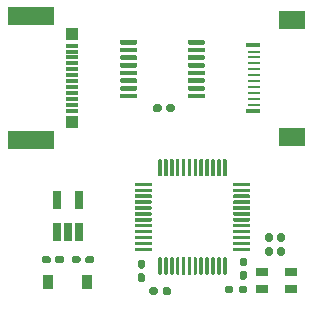
<source format=gbp>
%TF.GenerationSoftware,KiCad,Pcbnew,(5.1.7)-1*%
%TF.CreationDate,2020-11-18T22:53:05+01:00*%
%TF.ProjectId,twonkie,74776f6e-6b69-4652-9e6b-696361645f70,rev?*%
%TF.SameCoordinates,PX448d510PY20b3950*%
%TF.FileFunction,Paste,Bot*%
%TF.FilePolarity,Positive*%
%FSLAX46Y46*%
G04 Gerber Fmt 4.6, Leading zero omitted, Abs format (unit mm)*
G04 Created by KiCad (PCBNEW (5.1.7)-1) date 2020-11-18 22:53:05*
%MOMM*%
%LPD*%
G01*
G04 APERTURE LIST*
%ADD10R,1.000000X0.260000*%
%ADD11R,1.250000X0.410000*%
%ADD12R,2.200000X1.500000*%
%ADD13R,4.000000X1.500000*%
%ADD14R,1.000000X0.300000*%
%ADD15R,1.000000X1.000000*%
%ADD16R,0.650000X1.560000*%
%ADD17R,1.000000X0.800000*%
%ADD18R,0.900000X1.200000*%
G04 APERTURE END LIST*
D10*
%TO.C,J1*%
X21090000Y-8600000D03*
X21090000Y-8100000D03*
X21090000Y-7600000D03*
X21090000Y-7100000D03*
X21090000Y-6600000D03*
X21090000Y-6100000D03*
X21090000Y-5600000D03*
X21090000Y-5100000D03*
X21090000Y-4600000D03*
X21090000Y-4100000D03*
D11*
X20965000Y-9175000D03*
X20965000Y-3525000D03*
D12*
X24290000Y-11300000D03*
X24290000Y-1400000D03*
%TD*%
D13*
%TO.C,J2*%
X2215000Y-1100000D03*
X2215000Y-11600000D03*
D14*
X5675000Y-3600000D03*
X5675000Y-4100000D03*
X5675000Y-4600000D03*
X5675000Y-5100000D03*
X5675000Y-5600000D03*
X5675000Y-7100000D03*
X5675000Y-7600000D03*
X5675000Y-8100000D03*
X5675000Y-8600000D03*
X5675000Y-9100000D03*
X5675000Y-6100000D03*
X5675000Y-6600000D03*
D15*
X5675000Y-10100000D03*
X5675000Y-2600000D03*
%TD*%
%TO.C,U4*%
G36*
G01*
X11050000Y-15197500D02*
X12375000Y-15197500D01*
G75*
G02*
X12450000Y-15272500I0J-75000D01*
G01*
X12450000Y-15422500D01*
G75*
G02*
X12375000Y-15497500I-75000J0D01*
G01*
X11050000Y-15497500D01*
G75*
G02*
X10975000Y-15422500I0J75000D01*
G01*
X10975000Y-15272500D01*
G75*
G02*
X11050000Y-15197500I75000J0D01*
G01*
G37*
G36*
G01*
X11050000Y-15697500D02*
X12375000Y-15697500D01*
G75*
G02*
X12450000Y-15772500I0J-75000D01*
G01*
X12450000Y-15922500D01*
G75*
G02*
X12375000Y-15997500I-75000J0D01*
G01*
X11050000Y-15997500D01*
G75*
G02*
X10975000Y-15922500I0J75000D01*
G01*
X10975000Y-15772500D01*
G75*
G02*
X11050000Y-15697500I75000J0D01*
G01*
G37*
G36*
G01*
X11050000Y-16197500D02*
X12375000Y-16197500D01*
G75*
G02*
X12450000Y-16272500I0J-75000D01*
G01*
X12450000Y-16422500D01*
G75*
G02*
X12375000Y-16497500I-75000J0D01*
G01*
X11050000Y-16497500D01*
G75*
G02*
X10975000Y-16422500I0J75000D01*
G01*
X10975000Y-16272500D01*
G75*
G02*
X11050000Y-16197500I75000J0D01*
G01*
G37*
G36*
G01*
X11050000Y-16697500D02*
X12375000Y-16697500D01*
G75*
G02*
X12450000Y-16772500I0J-75000D01*
G01*
X12450000Y-16922500D01*
G75*
G02*
X12375000Y-16997500I-75000J0D01*
G01*
X11050000Y-16997500D01*
G75*
G02*
X10975000Y-16922500I0J75000D01*
G01*
X10975000Y-16772500D01*
G75*
G02*
X11050000Y-16697500I75000J0D01*
G01*
G37*
G36*
G01*
X11050000Y-17197500D02*
X12375000Y-17197500D01*
G75*
G02*
X12450000Y-17272500I0J-75000D01*
G01*
X12450000Y-17422500D01*
G75*
G02*
X12375000Y-17497500I-75000J0D01*
G01*
X11050000Y-17497500D01*
G75*
G02*
X10975000Y-17422500I0J75000D01*
G01*
X10975000Y-17272500D01*
G75*
G02*
X11050000Y-17197500I75000J0D01*
G01*
G37*
G36*
G01*
X11050000Y-17697500D02*
X12375000Y-17697500D01*
G75*
G02*
X12450000Y-17772500I0J-75000D01*
G01*
X12450000Y-17922500D01*
G75*
G02*
X12375000Y-17997500I-75000J0D01*
G01*
X11050000Y-17997500D01*
G75*
G02*
X10975000Y-17922500I0J75000D01*
G01*
X10975000Y-17772500D01*
G75*
G02*
X11050000Y-17697500I75000J0D01*
G01*
G37*
G36*
G01*
X11050000Y-18197500D02*
X12375000Y-18197500D01*
G75*
G02*
X12450000Y-18272500I0J-75000D01*
G01*
X12450000Y-18422500D01*
G75*
G02*
X12375000Y-18497500I-75000J0D01*
G01*
X11050000Y-18497500D01*
G75*
G02*
X10975000Y-18422500I0J75000D01*
G01*
X10975000Y-18272500D01*
G75*
G02*
X11050000Y-18197500I75000J0D01*
G01*
G37*
G36*
G01*
X11050000Y-18697500D02*
X12375000Y-18697500D01*
G75*
G02*
X12450000Y-18772500I0J-75000D01*
G01*
X12450000Y-18922500D01*
G75*
G02*
X12375000Y-18997500I-75000J0D01*
G01*
X11050000Y-18997500D01*
G75*
G02*
X10975000Y-18922500I0J75000D01*
G01*
X10975000Y-18772500D01*
G75*
G02*
X11050000Y-18697500I75000J0D01*
G01*
G37*
G36*
G01*
X11050000Y-19197500D02*
X12375000Y-19197500D01*
G75*
G02*
X12450000Y-19272500I0J-75000D01*
G01*
X12450000Y-19422500D01*
G75*
G02*
X12375000Y-19497500I-75000J0D01*
G01*
X11050000Y-19497500D01*
G75*
G02*
X10975000Y-19422500I0J75000D01*
G01*
X10975000Y-19272500D01*
G75*
G02*
X11050000Y-19197500I75000J0D01*
G01*
G37*
G36*
G01*
X11050000Y-19697500D02*
X12375000Y-19697500D01*
G75*
G02*
X12450000Y-19772500I0J-75000D01*
G01*
X12450000Y-19922500D01*
G75*
G02*
X12375000Y-19997500I-75000J0D01*
G01*
X11050000Y-19997500D01*
G75*
G02*
X10975000Y-19922500I0J75000D01*
G01*
X10975000Y-19772500D01*
G75*
G02*
X11050000Y-19697500I75000J0D01*
G01*
G37*
G36*
G01*
X11050000Y-20197500D02*
X12375000Y-20197500D01*
G75*
G02*
X12450000Y-20272500I0J-75000D01*
G01*
X12450000Y-20422500D01*
G75*
G02*
X12375000Y-20497500I-75000J0D01*
G01*
X11050000Y-20497500D01*
G75*
G02*
X10975000Y-20422500I0J75000D01*
G01*
X10975000Y-20272500D01*
G75*
G02*
X11050000Y-20197500I75000J0D01*
G01*
G37*
G36*
G01*
X11050000Y-20697500D02*
X12375000Y-20697500D01*
G75*
G02*
X12450000Y-20772500I0J-75000D01*
G01*
X12450000Y-20922500D01*
G75*
G02*
X12375000Y-20997500I-75000J0D01*
G01*
X11050000Y-20997500D01*
G75*
G02*
X10975000Y-20922500I0J75000D01*
G01*
X10975000Y-20772500D01*
G75*
G02*
X11050000Y-20697500I75000J0D01*
G01*
G37*
G36*
G01*
X13050000Y-21522500D02*
X13200000Y-21522500D01*
G75*
G02*
X13275000Y-21597500I0J-75000D01*
G01*
X13275000Y-22922500D01*
G75*
G02*
X13200000Y-22997500I-75000J0D01*
G01*
X13050000Y-22997500D01*
G75*
G02*
X12975000Y-22922500I0J75000D01*
G01*
X12975000Y-21597500D01*
G75*
G02*
X13050000Y-21522500I75000J0D01*
G01*
G37*
G36*
G01*
X13550000Y-21522500D02*
X13700000Y-21522500D01*
G75*
G02*
X13775000Y-21597500I0J-75000D01*
G01*
X13775000Y-22922500D01*
G75*
G02*
X13700000Y-22997500I-75000J0D01*
G01*
X13550000Y-22997500D01*
G75*
G02*
X13475000Y-22922500I0J75000D01*
G01*
X13475000Y-21597500D01*
G75*
G02*
X13550000Y-21522500I75000J0D01*
G01*
G37*
G36*
G01*
X14050000Y-21522500D02*
X14200000Y-21522500D01*
G75*
G02*
X14275000Y-21597500I0J-75000D01*
G01*
X14275000Y-22922500D01*
G75*
G02*
X14200000Y-22997500I-75000J0D01*
G01*
X14050000Y-22997500D01*
G75*
G02*
X13975000Y-22922500I0J75000D01*
G01*
X13975000Y-21597500D01*
G75*
G02*
X14050000Y-21522500I75000J0D01*
G01*
G37*
G36*
G01*
X14550000Y-21522500D02*
X14700000Y-21522500D01*
G75*
G02*
X14775000Y-21597500I0J-75000D01*
G01*
X14775000Y-22922500D01*
G75*
G02*
X14700000Y-22997500I-75000J0D01*
G01*
X14550000Y-22997500D01*
G75*
G02*
X14475000Y-22922500I0J75000D01*
G01*
X14475000Y-21597500D01*
G75*
G02*
X14550000Y-21522500I75000J0D01*
G01*
G37*
G36*
G01*
X15050000Y-21522500D02*
X15200000Y-21522500D01*
G75*
G02*
X15275000Y-21597500I0J-75000D01*
G01*
X15275000Y-22922500D01*
G75*
G02*
X15200000Y-22997500I-75000J0D01*
G01*
X15050000Y-22997500D01*
G75*
G02*
X14975000Y-22922500I0J75000D01*
G01*
X14975000Y-21597500D01*
G75*
G02*
X15050000Y-21522500I75000J0D01*
G01*
G37*
G36*
G01*
X15550000Y-21522500D02*
X15700000Y-21522500D01*
G75*
G02*
X15775000Y-21597500I0J-75000D01*
G01*
X15775000Y-22922500D01*
G75*
G02*
X15700000Y-22997500I-75000J0D01*
G01*
X15550000Y-22997500D01*
G75*
G02*
X15475000Y-22922500I0J75000D01*
G01*
X15475000Y-21597500D01*
G75*
G02*
X15550000Y-21522500I75000J0D01*
G01*
G37*
G36*
G01*
X16050000Y-21522500D02*
X16200000Y-21522500D01*
G75*
G02*
X16275000Y-21597500I0J-75000D01*
G01*
X16275000Y-22922500D01*
G75*
G02*
X16200000Y-22997500I-75000J0D01*
G01*
X16050000Y-22997500D01*
G75*
G02*
X15975000Y-22922500I0J75000D01*
G01*
X15975000Y-21597500D01*
G75*
G02*
X16050000Y-21522500I75000J0D01*
G01*
G37*
G36*
G01*
X16550000Y-21522500D02*
X16700000Y-21522500D01*
G75*
G02*
X16775000Y-21597500I0J-75000D01*
G01*
X16775000Y-22922500D01*
G75*
G02*
X16700000Y-22997500I-75000J0D01*
G01*
X16550000Y-22997500D01*
G75*
G02*
X16475000Y-22922500I0J75000D01*
G01*
X16475000Y-21597500D01*
G75*
G02*
X16550000Y-21522500I75000J0D01*
G01*
G37*
G36*
G01*
X17050000Y-21522500D02*
X17200000Y-21522500D01*
G75*
G02*
X17275000Y-21597500I0J-75000D01*
G01*
X17275000Y-22922500D01*
G75*
G02*
X17200000Y-22997500I-75000J0D01*
G01*
X17050000Y-22997500D01*
G75*
G02*
X16975000Y-22922500I0J75000D01*
G01*
X16975000Y-21597500D01*
G75*
G02*
X17050000Y-21522500I75000J0D01*
G01*
G37*
G36*
G01*
X17550000Y-21522500D02*
X17700000Y-21522500D01*
G75*
G02*
X17775000Y-21597500I0J-75000D01*
G01*
X17775000Y-22922500D01*
G75*
G02*
X17700000Y-22997500I-75000J0D01*
G01*
X17550000Y-22997500D01*
G75*
G02*
X17475000Y-22922500I0J75000D01*
G01*
X17475000Y-21597500D01*
G75*
G02*
X17550000Y-21522500I75000J0D01*
G01*
G37*
G36*
G01*
X18050000Y-21522500D02*
X18200000Y-21522500D01*
G75*
G02*
X18275000Y-21597500I0J-75000D01*
G01*
X18275000Y-22922500D01*
G75*
G02*
X18200000Y-22997500I-75000J0D01*
G01*
X18050000Y-22997500D01*
G75*
G02*
X17975000Y-22922500I0J75000D01*
G01*
X17975000Y-21597500D01*
G75*
G02*
X18050000Y-21522500I75000J0D01*
G01*
G37*
G36*
G01*
X18550000Y-21522500D02*
X18700000Y-21522500D01*
G75*
G02*
X18775000Y-21597500I0J-75000D01*
G01*
X18775000Y-22922500D01*
G75*
G02*
X18700000Y-22997500I-75000J0D01*
G01*
X18550000Y-22997500D01*
G75*
G02*
X18475000Y-22922500I0J75000D01*
G01*
X18475000Y-21597500D01*
G75*
G02*
X18550000Y-21522500I75000J0D01*
G01*
G37*
G36*
G01*
X19375000Y-20697500D02*
X20700000Y-20697500D01*
G75*
G02*
X20775000Y-20772500I0J-75000D01*
G01*
X20775000Y-20922500D01*
G75*
G02*
X20700000Y-20997500I-75000J0D01*
G01*
X19375000Y-20997500D01*
G75*
G02*
X19300000Y-20922500I0J75000D01*
G01*
X19300000Y-20772500D01*
G75*
G02*
X19375000Y-20697500I75000J0D01*
G01*
G37*
G36*
G01*
X19375000Y-20197500D02*
X20700000Y-20197500D01*
G75*
G02*
X20775000Y-20272500I0J-75000D01*
G01*
X20775000Y-20422500D01*
G75*
G02*
X20700000Y-20497500I-75000J0D01*
G01*
X19375000Y-20497500D01*
G75*
G02*
X19300000Y-20422500I0J75000D01*
G01*
X19300000Y-20272500D01*
G75*
G02*
X19375000Y-20197500I75000J0D01*
G01*
G37*
G36*
G01*
X19375000Y-19697500D02*
X20700000Y-19697500D01*
G75*
G02*
X20775000Y-19772500I0J-75000D01*
G01*
X20775000Y-19922500D01*
G75*
G02*
X20700000Y-19997500I-75000J0D01*
G01*
X19375000Y-19997500D01*
G75*
G02*
X19300000Y-19922500I0J75000D01*
G01*
X19300000Y-19772500D01*
G75*
G02*
X19375000Y-19697500I75000J0D01*
G01*
G37*
G36*
G01*
X19375000Y-19197500D02*
X20700000Y-19197500D01*
G75*
G02*
X20775000Y-19272500I0J-75000D01*
G01*
X20775000Y-19422500D01*
G75*
G02*
X20700000Y-19497500I-75000J0D01*
G01*
X19375000Y-19497500D01*
G75*
G02*
X19300000Y-19422500I0J75000D01*
G01*
X19300000Y-19272500D01*
G75*
G02*
X19375000Y-19197500I75000J0D01*
G01*
G37*
G36*
G01*
X19375000Y-18697500D02*
X20700000Y-18697500D01*
G75*
G02*
X20775000Y-18772500I0J-75000D01*
G01*
X20775000Y-18922500D01*
G75*
G02*
X20700000Y-18997500I-75000J0D01*
G01*
X19375000Y-18997500D01*
G75*
G02*
X19300000Y-18922500I0J75000D01*
G01*
X19300000Y-18772500D01*
G75*
G02*
X19375000Y-18697500I75000J0D01*
G01*
G37*
G36*
G01*
X19375000Y-18197500D02*
X20700000Y-18197500D01*
G75*
G02*
X20775000Y-18272500I0J-75000D01*
G01*
X20775000Y-18422500D01*
G75*
G02*
X20700000Y-18497500I-75000J0D01*
G01*
X19375000Y-18497500D01*
G75*
G02*
X19300000Y-18422500I0J75000D01*
G01*
X19300000Y-18272500D01*
G75*
G02*
X19375000Y-18197500I75000J0D01*
G01*
G37*
G36*
G01*
X19375000Y-17697500D02*
X20700000Y-17697500D01*
G75*
G02*
X20775000Y-17772500I0J-75000D01*
G01*
X20775000Y-17922500D01*
G75*
G02*
X20700000Y-17997500I-75000J0D01*
G01*
X19375000Y-17997500D01*
G75*
G02*
X19300000Y-17922500I0J75000D01*
G01*
X19300000Y-17772500D01*
G75*
G02*
X19375000Y-17697500I75000J0D01*
G01*
G37*
G36*
G01*
X19375000Y-17197500D02*
X20700000Y-17197500D01*
G75*
G02*
X20775000Y-17272500I0J-75000D01*
G01*
X20775000Y-17422500D01*
G75*
G02*
X20700000Y-17497500I-75000J0D01*
G01*
X19375000Y-17497500D01*
G75*
G02*
X19300000Y-17422500I0J75000D01*
G01*
X19300000Y-17272500D01*
G75*
G02*
X19375000Y-17197500I75000J0D01*
G01*
G37*
G36*
G01*
X19375000Y-16697500D02*
X20700000Y-16697500D01*
G75*
G02*
X20775000Y-16772500I0J-75000D01*
G01*
X20775000Y-16922500D01*
G75*
G02*
X20700000Y-16997500I-75000J0D01*
G01*
X19375000Y-16997500D01*
G75*
G02*
X19300000Y-16922500I0J75000D01*
G01*
X19300000Y-16772500D01*
G75*
G02*
X19375000Y-16697500I75000J0D01*
G01*
G37*
G36*
G01*
X19375000Y-16197500D02*
X20700000Y-16197500D01*
G75*
G02*
X20775000Y-16272500I0J-75000D01*
G01*
X20775000Y-16422500D01*
G75*
G02*
X20700000Y-16497500I-75000J0D01*
G01*
X19375000Y-16497500D01*
G75*
G02*
X19300000Y-16422500I0J75000D01*
G01*
X19300000Y-16272500D01*
G75*
G02*
X19375000Y-16197500I75000J0D01*
G01*
G37*
G36*
G01*
X19375000Y-15697500D02*
X20700000Y-15697500D01*
G75*
G02*
X20775000Y-15772500I0J-75000D01*
G01*
X20775000Y-15922500D01*
G75*
G02*
X20700000Y-15997500I-75000J0D01*
G01*
X19375000Y-15997500D01*
G75*
G02*
X19300000Y-15922500I0J75000D01*
G01*
X19300000Y-15772500D01*
G75*
G02*
X19375000Y-15697500I75000J0D01*
G01*
G37*
G36*
G01*
X19375000Y-15197500D02*
X20700000Y-15197500D01*
G75*
G02*
X20775000Y-15272500I0J-75000D01*
G01*
X20775000Y-15422500D01*
G75*
G02*
X20700000Y-15497500I-75000J0D01*
G01*
X19375000Y-15497500D01*
G75*
G02*
X19300000Y-15422500I0J75000D01*
G01*
X19300000Y-15272500D01*
G75*
G02*
X19375000Y-15197500I75000J0D01*
G01*
G37*
G36*
G01*
X18550000Y-13197500D02*
X18700000Y-13197500D01*
G75*
G02*
X18775000Y-13272500I0J-75000D01*
G01*
X18775000Y-14597500D01*
G75*
G02*
X18700000Y-14672500I-75000J0D01*
G01*
X18550000Y-14672500D01*
G75*
G02*
X18475000Y-14597500I0J75000D01*
G01*
X18475000Y-13272500D01*
G75*
G02*
X18550000Y-13197500I75000J0D01*
G01*
G37*
G36*
G01*
X18050000Y-13197500D02*
X18200000Y-13197500D01*
G75*
G02*
X18275000Y-13272500I0J-75000D01*
G01*
X18275000Y-14597500D01*
G75*
G02*
X18200000Y-14672500I-75000J0D01*
G01*
X18050000Y-14672500D01*
G75*
G02*
X17975000Y-14597500I0J75000D01*
G01*
X17975000Y-13272500D01*
G75*
G02*
X18050000Y-13197500I75000J0D01*
G01*
G37*
G36*
G01*
X17550000Y-13197500D02*
X17700000Y-13197500D01*
G75*
G02*
X17775000Y-13272500I0J-75000D01*
G01*
X17775000Y-14597500D01*
G75*
G02*
X17700000Y-14672500I-75000J0D01*
G01*
X17550000Y-14672500D01*
G75*
G02*
X17475000Y-14597500I0J75000D01*
G01*
X17475000Y-13272500D01*
G75*
G02*
X17550000Y-13197500I75000J0D01*
G01*
G37*
G36*
G01*
X17050000Y-13197500D02*
X17200000Y-13197500D01*
G75*
G02*
X17275000Y-13272500I0J-75000D01*
G01*
X17275000Y-14597500D01*
G75*
G02*
X17200000Y-14672500I-75000J0D01*
G01*
X17050000Y-14672500D01*
G75*
G02*
X16975000Y-14597500I0J75000D01*
G01*
X16975000Y-13272500D01*
G75*
G02*
X17050000Y-13197500I75000J0D01*
G01*
G37*
G36*
G01*
X16550000Y-13197500D02*
X16700000Y-13197500D01*
G75*
G02*
X16775000Y-13272500I0J-75000D01*
G01*
X16775000Y-14597500D01*
G75*
G02*
X16700000Y-14672500I-75000J0D01*
G01*
X16550000Y-14672500D01*
G75*
G02*
X16475000Y-14597500I0J75000D01*
G01*
X16475000Y-13272500D01*
G75*
G02*
X16550000Y-13197500I75000J0D01*
G01*
G37*
G36*
G01*
X16050000Y-13197500D02*
X16200000Y-13197500D01*
G75*
G02*
X16275000Y-13272500I0J-75000D01*
G01*
X16275000Y-14597500D01*
G75*
G02*
X16200000Y-14672500I-75000J0D01*
G01*
X16050000Y-14672500D01*
G75*
G02*
X15975000Y-14597500I0J75000D01*
G01*
X15975000Y-13272500D01*
G75*
G02*
X16050000Y-13197500I75000J0D01*
G01*
G37*
G36*
G01*
X15550000Y-13197500D02*
X15700000Y-13197500D01*
G75*
G02*
X15775000Y-13272500I0J-75000D01*
G01*
X15775000Y-14597500D01*
G75*
G02*
X15700000Y-14672500I-75000J0D01*
G01*
X15550000Y-14672500D01*
G75*
G02*
X15475000Y-14597500I0J75000D01*
G01*
X15475000Y-13272500D01*
G75*
G02*
X15550000Y-13197500I75000J0D01*
G01*
G37*
G36*
G01*
X15050000Y-13197500D02*
X15200000Y-13197500D01*
G75*
G02*
X15275000Y-13272500I0J-75000D01*
G01*
X15275000Y-14597500D01*
G75*
G02*
X15200000Y-14672500I-75000J0D01*
G01*
X15050000Y-14672500D01*
G75*
G02*
X14975000Y-14597500I0J75000D01*
G01*
X14975000Y-13272500D01*
G75*
G02*
X15050000Y-13197500I75000J0D01*
G01*
G37*
G36*
G01*
X14550000Y-13197500D02*
X14700000Y-13197500D01*
G75*
G02*
X14775000Y-13272500I0J-75000D01*
G01*
X14775000Y-14597500D01*
G75*
G02*
X14700000Y-14672500I-75000J0D01*
G01*
X14550000Y-14672500D01*
G75*
G02*
X14475000Y-14597500I0J75000D01*
G01*
X14475000Y-13272500D01*
G75*
G02*
X14550000Y-13197500I75000J0D01*
G01*
G37*
G36*
G01*
X14050000Y-13197500D02*
X14200000Y-13197500D01*
G75*
G02*
X14275000Y-13272500I0J-75000D01*
G01*
X14275000Y-14597500D01*
G75*
G02*
X14200000Y-14672500I-75000J0D01*
G01*
X14050000Y-14672500D01*
G75*
G02*
X13975000Y-14597500I0J75000D01*
G01*
X13975000Y-13272500D01*
G75*
G02*
X14050000Y-13197500I75000J0D01*
G01*
G37*
G36*
G01*
X13550000Y-13197500D02*
X13700000Y-13197500D01*
G75*
G02*
X13775000Y-13272500I0J-75000D01*
G01*
X13775000Y-14597500D01*
G75*
G02*
X13700000Y-14672500I-75000J0D01*
G01*
X13550000Y-14672500D01*
G75*
G02*
X13475000Y-14597500I0J75000D01*
G01*
X13475000Y-13272500D01*
G75*
G02*
X13550000Y-13197500I75000J0D01*
G01*
G37*
G36*
G01*
X13050000Y-13197500D02*
X13200000Y-13197500D01*
G75*
G02*
X13275000Y-13272500I0J-75000D01*
G01*
X13275000Y-14597500D01*
G75*
G02*
X13200000Y-14672500I-75000J0D01*
G01*
X13050000Y-14672500D01*
G75*
G02*
X12975000Y-14597500I0J75000D01*
G01*
X12975000Y-13272500D01*
G75*
G02*
X13050000Y-13197500I75000J0D01*
G01*
G37*
%TD*%
%TO.C,C9*%
G36*
G01*
X13662000Y-9045000D02*
X13662000Y-8735000D01*
G75*
G02*
X13817000Y-8580000I155000J0D01*
G01*
X14242000Y-8580000D01*
G75*
G02*
X14397000Y-8735000I0J-155000D01*
G01*
X14397000Y-9045000D01*
G75*
G02*
X14242000Y-9200000I-155000J0D01*
G01*
X13817000Y-9200000D01*
G75*
G02*
X13662000Y-9045000I0J155000D01*
G01*
G37*
G36*
G01*
X12527000Y-9045000D02*
X12527000Y-8735000D01*
G75*
G02*
X12682000Y-8580000I155000J0D01*
G01*
X13107000Y-8580000D01*
G75*
G02*
X13262000Y-8735000I0J-155000D01*
G01*
X13262000Y-9045000D01*
G75*
G02*
X13107000Y-9200000I-155000J0D01*
G01*
X12682000Y-9200000D01*
G75*
G02*
X12527000Y-9045000I0J155000D01*
G01*
G37*
%TD*%
%TO.C,U1*%
G36*
G01*
X16935000Y-3213000D02*
X16935000Y-3413000D01*
G75*
G02*
X16835000Y-3513000I-100000J0D01*
G01*
X15560000Y-3513000D01*
G75*
G02*
X15460000Y-3413000I0J100000D01*
G01*
X15460000Y-3213000D01*
G75*
G02*
X15560000Y-3113000I100000J0D01*
G01*
X16835000Y-3113000D01*
G75*
G02*
X16935000Y-3213000I0J-100000D01*
G01*
G37*
G36*
G01*
X16935000Y-3863000D02*
X16935000Y-4063000D01*
G75*
G02*
X16835000Y-4163000I-100000J0D01*
G01*
X15560000Y-4163000D01*
G75*
G02*
X15460000Y-4063000I0J100000D01*
G01*
X15460000Y-3863000D01*
G75*
G02*
X15560000Y-3763000I100000J0D01*
G01*
X16835000Y-3763000D01*
G75*
G02*
X16935000Y-3863000I0J-100000D01*
G01*
G37*
G36*
G01*
X16935000Y-4513000D02*
X16935000Y-4713000D01*
G75*
G02*
X16835000Y-4813000I-100000J0D01*
G01*
X15560000Y-4813000D01*
G75*
G02*
X15460000Y-4713000I0J100000D01*
G01*
X15460000Y-4513000D01*
G75*
G02*
X15560000Y-4413000I100000J0D01*
G01*
X16835000Y-4413000D01*
G75*
G02*
X16935000Y-4513000I0J-100000D01*
G01*
G37*
G36*
G01*
X16935000Y-5163000D02*
X16935000Y-5363000D01*
G75*
G02*
X16835000Y-5463000I-100000J0D01*
G01*
X15560000Y-5463000D01*
G75*
G02*
X15460000Y-5363000I0J100000D01*
G01*
X15460000Y-5163000D01*
G75*
G02*
X15560000Y-5063000I100000J0D01*
G01*
X16835000Y-5063000D01*
G75*
G02*
X16935000Y-5163000I0J-100000D01*
G01*
G37*
G36*
G01*
X16935000Y-5813000D02*
X16935000Y-6013000D01*
G75*
G02*
X16835000Y-6113000I-100000J0D01*
G01*
X15560000Y-6113000D01*
G75*
G02*
X15460000Y-6013000I0J100000D01*
G01*
X15460000Y-5813000D01*
G75*
G02*
X15560000Y-5713000I100000J0D01*
G01*
X16835000Y-5713000D01*
G75*
G02*
X16935000Y-5813000I0J-100000D01*
G01*
G37*
G36*
G01*
X16935000Y-6463000D02*
X16935000Y-6663000D01*
G75*
G02*
X16835000Y-6763000I-100000J0D01*
G01*
X15560000Y-6763000D01*
G75*
G02*
X15460000Y-6663000I0J100000D01*
G01*
X15460000Y-6463000D01*
G75*
G02*
X15560000Y-6363000I100000J0D01*
G01*
X16835000Y-6363000D01*
G75*
G02*
X16935000Y-6463000I0J-100000D01*
G01*
G37*
G36*
G01*
X16935000Y-7113000D02*
X16935000Y-7313000D01*
G75*
G02*
X16835000Y-7413000I-100000J0D01*
G01*
X15560000Y-7413000D01*
G75*
G02*
X15460000Y-7313000I0J100000D01*
G01*
X15460000Y-7113000D01*
G75*
G02*
X15560000Y-7013000I100000J0D01*
G01*
X16835000Y-7013000D01*
G75*
G02*
X16935000Y-7113000I0J-100000D01*
G01*
G37*
G36*
G01*
X16935000Y-7763000D02*
X16935000Y-7963000D01*
G75*
G02*
X16835000Y-8063000I-100000J0D01*
G01*
X15560000Y-8063000D01*
G75*
G02*
X15460000Y-7963000I0J100000D01*
G01*
X15460000Y-7763000D01*
G75*
G02*
X15560000Y-7663000I100000J0D01*
G01*
X16835000Y-7663000D01*
G75*
G02*
X16935000Y-7763000I0J-100000D01*
G01*
G37*
G36*
G01*
X11210000Y-7763000D02*
X11210000Y-7963000D01*
G75*
G02*
X11110000Y-8063000I-100000J0D01*
G01*
X9835000Y-8063000D01*
G75*
G02*
X9735000Y-7963000I0J100000D01*
G01*
X9735000Y-7763000D01*
G75*
G02*
X9835000Y-7663000I100000J0D01*
G01*
X11110000Y-7663000D01*
G75*
G02*
X11210000Y-7763000I0J-100000D01*
G01*
G37*
G36*
G01*
X11210000Y-7113000D02*
X11210000Y-7313000D01*
G75*
G02*
X11110000Y-7413000I-100000J0D01*
G01*
X9835000Y-7413000D01*
G75*
G02*
X9735000Y-7313000I0J100000D01*
G01*
X9735000Y-7113000D01*
G75*
G02*
X9835000Y-7013000I100000J0D01*
G01*
X11110000Y-7013000D01*
G75*
G02*
X11210000Y-7113000I0J-100000D01*
G01*
G37*
G36*
G01*
X11210000Y-6463000D02*
X11210000Y-6663000D01*
G75*
G02*
X11110000Y-6763000I-100000J0D01*
G01*
X9835000Y-6763000D01*
G75*
G02*
X9735000Y-6663000I0J100000D01*
G01*
X9735000Y-6463000D01*
G75*
G02*
X9835000Y-6363000I100000J0D01*
G01*
X11110000Y-6363000D01*
G75*
G02*
X11210000Y-6463000I0J-100000D01*
G01*
G37*
G36*
G01*
X11210000Y-5813000D02*
X11210000Y-6013000D01*
G75*
G02*
X11110000Y-6113000I-100000J0D01*
G01*
X9835000Y-6113000D01*
G75*
G02*
X9735000Y-6013000I0J100000D01*
G01*
X9735000Y-5813000D01*
G75*
G02*
X9835000Y-5713000I100000J0D01*
G01*
X11110000Y-5713000D01*
G75*
G02*
X11210000Y-5813000I0J-100000D01*
G01*
G37*
G36*
G01*
X11210000Y-5163000D02*
X11210000Y-5363000D01*
G75*
G02*
X11110000Y-5463000I-100000J0D01*
G01*
X9835000Y-5463000D01*
G75*
G02*
X9735000Y-5363000I0J100000D01*
G01*
X9735000Y-5163000D01*
G75*
G02*
X9835000Y-5063000I100000J0D01*
G01*
X11110000Y-5063000D01*
G75*
G02*
X11210000Y-5163000I0J-100000D01*
G01*
G37*
G36*
G01*
X11210000Y-4513000D02*
X11210000Y-4713000D01*
G75*
G02*
X11110000Y-4813000I-100000J0D01*
G01*
X9835000Y-4813000D01*
G75*
G02*
X9735000Y-4713000I0J100000D01*
G01*
X9735000Y-4513000D01*
G75*
G02*
X9835000Y-4413000I100000J0D01*
G01*
X11110000Y-4413000D01*
G75*
G02*
X11210000Y-4513000I0J-100000D01*
G01*
G37*
G36*
G01*
X11210000Y-3863000D02*
X11210000Y-4063000D01*
G75*
G02*
X11110000Y-4163000I-100000J0D01*
G01*
X9835000Y-4163000D01*
G75*
G02*
X9735000Y-4063000I0J100000D01*
G01*
X9735000Y-3863000D01*
G75*
G02*
X9835000Y-3763000I100000J0D01*
G01*
X11110000Y-3763000D01*
G75*
G02*
X11210000Y-3863000I0J-100000D01*
G01*
G37*
G36*
G01*
X11210000Y-3213000D02*
X11210000Y-3413000D01*
G75*
G02*
X11110000Y-3513000I-100000J0D01*
G01*
X9835000Y-3513000D01*
G75*
G02*
X9735000Y-3413000I0J100000D01*
G01*
X9735000Y-3213000D01*
G75*
G02*
X9835000Y-3113000I100000J0D01*
G01*
X11110000Y-3113000D01*
G75*
G02*
X11210000Y-3213000I0J-100000D01*
G01*
G37*
%TD*%
D16*
%TO.C,U3*%
X6284000Y-16684000D03*
X4384000Y-16684000D03*
X4384000Y-19384000D03*
X5334000Y-19384000D03*
X6284000Y-19384000D03*
%TD*%
%TO.C,R4*%
G36*
G01*
X19318000Y-24097000D02*
X19318000Y-24417000D01*
G75*
G02*
X19158000Y-24577000I-160000J0D01*
G01*
X18763000Y-24577000D01*
G75*
G02*
X18603000Y-24417000I0J160000D01*
G01*
X18603000Y-24097000D01*
G75*
G02*
X18763000Y-23937000I160000J0D01*
G01*
X19158000Y-23937000D01*
G75*
G02*
X19318000Y-24097000I0J-160000D01*
G01*
G37*
G36*
G01*
X20513000Y-24097000D02*
X20513000Y-24417000D01*
G75*
G02*
X20353000Y-24577000I-160000J0D01*
G01*
X19958000Y-24577000D01*
G75*
G02*
X19798000Y-24417000I0J160000D01*
G01*
X19798000Y-24097000D01*
G75*
G02*
X19958000Y-23937000I160000J0D01*
G01*
X20353000Y-23937000D01*
G75*
G02*
X20513000Y-24097000I0J-160000D01*
G01*
G37*
%TD*%
%TO.C,R3*%
G36*
G01*
X22512000Y-20207000D02*
X22192000Y-20207000D01*
G75*
G02*
X22032000Y-20047000I0J160000D01*
G01*
X22032000Y-19652000D01*
G75*
G02*
X22192000Y-19492000I160000J0D01*
G01*
X22512000Y-19492000D01*
G75*
G02*
X22672000Y-19652000I0J-160000D01*
G01*
X22672000Y-20047000D01*
G75*
G02*
X22512000Y-20207000I-160000J0D01*
G01*
G37*
G36*
G01*
X22512000Y-21402000D02*
X22192000Y-21402000D01*
G75*
G02*
X22032000Y-21242000I0J160000D01*
G01*
X22032000Y-20847000D01*
G75*
G02*
X22192000Y-20687000I160000J0D01*
G01*
X22512000Y-20687000D01*
G75*
G02*
X22672000Y-20847000I0J-160000D01*
G01*
X22672000Y-21242000D01*
G75*
G02*
X22512000Y-21402000I-160000J0D01*
G01*
G37*
%TD*%
%TO.C,R2*%
G36*
G01*
X23528000Y-20207000D02*
X23208000Y-20207000D01*
G75*
G02*
X23048000Y-20047000I0J160000D01*
G01*
X23048000Y-19652000D01*
G75*
G02*
X23208000Y-19492000I160000J0D01*
G01*
X23528000Y-19492000D01*
G75*
G02*
X23688000Y-19652000I0J-160000D01*
G01*
X23688000Y-20047000D01*
G75*
G02*
X23528000Y-20207000I-160000J0D01*
G01*
G37*
G36*
G01*
X23528000Y-21402000D02*
X23208000Y-21402000D01*
G75*
G02*
X23048000Y-21242000I0J160000D01*
G01*
X23048000Y-20847000D01*
G75*
G02*
X23208000Y-20687000I160000J0D01*
G01*
X23528000Y-20687000D01*
G75*
G02*
X23688000Y-20847000I0J-160000D01*
G01*
X23688000Y-21242000D01*
G75*
G02*
X23528000Y-21402000I-160000J0D01*
G01*
G37*
%TD*%
%TO.C,FB1*%
G36*
G01*
X3874000Y-21557000D02*
X3874000Y-21877000D01*
G75*
G02*
X3714000Y-22037000I-160000J0D01*
G01*
X3269000Y-22037000D01*
G75*
G02*
X3109000Y-21877000I0J160000D01*
G01*
X3109000Y-21557000D01*
G75*
G02*
X3269000Y-21397000I160000J0D01*
G01*
X3714000Y-21397000D01*
G75*
G02*
X3874000Y-21557000I0J-160000D01*
G01*
G37*
G36*
G01*
X5019000Y-21557000D02*
X5019000Y-21877000D01*
G75*
G02*
X4859000Y-22037000I-160000J0D01*
G01*
X4414000Y-22037000D01*
G75*
G02*
X4254000Y-21877000I0J160000D01*
G01*
X4254000Y-21557000D01*
G75*
G02*
X4414000Y-21397000I160000J0D01*
G01*
X4859000Y-21397000D01*
G75*
G02*
X5019000Y-21557000I0J-160000D01*
G01*
G37*
%TD*%
D17*
%TO.C,DS1*%
X24237000Y-24195000D03*
X21737000Y-24195000D03*
X21737000Y-22795000D03*
X24237000Y-22795000D03*
%TD*%
D18*
%TO.C,D1*%
X6984000Y-23622000D03*
X3684000Y-23622000D03*
%TD*%
%TO.C,C8*%
G36*
G01*
X11402000Y-22869500D02*
X11712000Y-22869500D01*
G75*
G02*
X11867000Y-23024500I0J-155000D01*
G01*
X11867000Y-23449500D01*
G75*
G02*
X11712000Y-23604500I-155000J0D01*
G01*
X11402000Y-23604500D01*
G75*
G02*
X11247000Y-23449500I0J155000D01*
G01*
X11247000Y-23024500D01*
G75*
G02*
X11402000Y-22869500I155000J0D01*
G01*
G37*
G36*
G01*
X11402000Y-21734500D02*
X11712000Y-21734500D01*
G75*
G02*
X11867000Y-21889500I0J-155000D01*
G01*
X11867000Y-22314500D01*
G75*
G02*
X11712000Y-22469500I-155000J0D01*
G01*
X11402000Y-22469500D01*
G75*
G02*
X11247000Y-22314500I0J155000D01*
G01*
X11247000Y-21889500D01*
G75*
G02*
X11402000Y-21734500I155000J0D01*
G01*
G37*
%TD*%
%TO.C,C7*%
G36*
G01*
X12944500Y-24229000D02*
X12944500Y-24539000D01*
G75*
G02*
X12789500Y-24694000I-155000J0D01*
G01*
X12364500Y-24694000D01*
G75*
G02*
X12209500Y-24539000I0J155000D01*
G01*
X12209500Y-24229000D01*
G75*
G02*
X12364500Y-24074000I155000J0D01*
G01*
X12789500Y-24074000D01*
G75*
G02*
X12944500Y-24229000I0J-155000D01*
G01*
G37*
G36*
G01*
X14079500Y-24229000D02*
X14079500Y-24539000D01*
G75*
G02*
X13924500Y-24694000I-155000J0D01*
G01*
X13499500Y-24694000D01*
G75*
G02*
X13344500Y-24539000I0J155000D01*
G01*
X13344500Y-24229000D01*
G75*
G02*
X13499500Y-24074000I155000J0D01*
G01*
X13924500Y-24074000D01*
G75*
G02*
X14079500Y-24229000I0J-155000D01*
G01*
G37*
%TD*%
%TO.C,C3*%
G36*
G01*
X20038000Y-22679000D02*
X20348000Y-22679000D01*
G75*
G02*
X20503000Y-22834000I0J-155000D01*
G01*
X20503000Y-23259000D01*
G75*
G02*
X20348000Y-23414000I-155000J0D01*
G01*
X20038000Y-23414000D01*
G75*
G02*
X19883000Y-23259000I0J155000D01*
G01*
X19883000Y-22834000D01*
G75*
G02*
X20038000Y-22679000I155000J0D01*
G01*
G37*
G36*
G01*
X20038000Y-21544000D02*
X20348000Y-21544000D01*
G75*
G02*
X20503000Y-21699000I0J-155000D01*
G01*
X20503000Y-22124000D01*
G75*
G02*
X20348000Y-22279000I-155000J0D01*
G01*
X20038000Y-22279000D01*
G75*
G02*
X19883000Y-22124000I0J155000D01*
G01*
X19883000Y-21699000D01*
G75*
G02*
X20038000Y-21544000I155000J0D01*
G01*
G37*
%TD*%
%TO.C,C1*%
G36*
G01*
X6804000Y-21872000D02*
X6804000Y-21562000D01*
G75*
G02*
X6959000Y-21407000I155000J0D01*
G01*
X7384000Y-21407000D01*
G75*
G02*
X7539000Y-21562000I0J-155000D01*
G01*
X7539000Y-21872000D01*
G75*
G02*
X7384000Y-22027000I-155000J0D01*
G01*
X6959000Y-22027000D01*
G75*
G02*
X6804000Y-21872000I0J155000D01*
G01*
G37*
G36*
G01*
X5669000Y-21872000D02*
X5669000Y-21562000D01*
G75*
G02*
X5824000Y-21407000I155000J0D01*
G01*
X6249000Y-21407000D01*
G75*
G02*
X6404000Y-21562000I0J-155000D01*
G01*
X6404000Y-21872000D01*
G75*
G02*
X6249000Y-22027000I-155000J0D01*
G01*
X5824000Y-22027000D01*
G75*
G02*
X5669000Y-21872000I0J155000D01*
G01*
G37*
%TD*%
M02*

</source>
